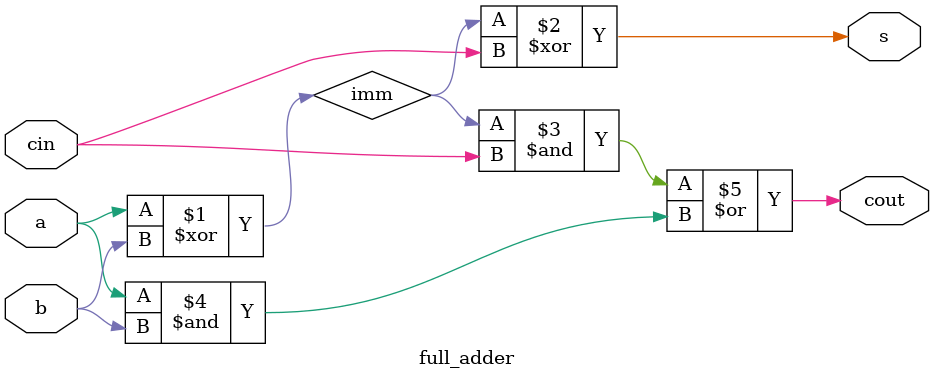
<source format=v>
module full_adder(
	input a,
	input b,
	input cin,
	output s,
	output cout
 );
	wire imm;
	assign imm = a ^ b;
	assign s = imm ^ cin;
	assign cout = (imm & cin) | (a & b);

endmodule

</source>
